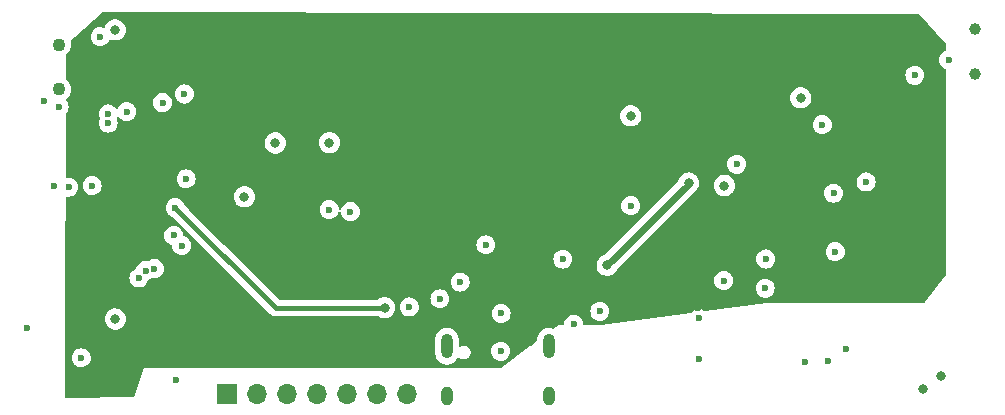
<source format=gbr>
%TF.GenerationSoftware,KiCad,Pcbnew,8.0.9-8.0.9-0~ubuntu22.04.1*%
%TF.CreationDate,2025-08-10T04:03:49+02:00*%
%TF.ProjectId,H-C3-ulp29,482d4333-2d75-46c7-9032-392e6b696361,rev?*%
%TF.SameCoordinates,Original*%
%TF.FileFunction,Copper,L3,Inr*%
%TF.FilePolarity,Positive*%
%FSLAX46Y46*%
G04 Gerber Fmt 4.6, Leading zero omitted, Abs format (unit mm)*
G04 Created by KiCad (PCBNEW 8.0.9-8.0.9-0~ubuntu22.04.1) date 2025-08-10 04:03:49*
%MOMM*%
%LPD*%
G01*
G04 APERTURE LIST*
%TA.AperFunction,ComponentPad*%
%ADD10R,1.700000X1.700000*%
%TD*%
%TA.AperFunction,ComponentPad*%
%ADD11O,1.700000X1.700000*%
%TD*%
%TA.AperFunction,ComponentPad*%
%ADD12C,1.100000*%
%TD*%
%TA.AperFunction,ComponentPad*%
%ADD13C,1.000000*%
%TD*%
%TA.AperFunction,ComponentPad*%
%ADD14O,1.000000X2.100000*%
%TD*%
%TA.AperFunction,ComponentPad*%
%ADD15O,1.000000X1.600000*%
%TD*%
%TA.AperFunction,ViaPad*%
%ADD16C,0.600000*%
%TD*%
%TA.AperFunction,ViaPad*%
%ADD17C,0.800000*%
%TD*%
%TA.AperFunction,Conductor*%
%ADD18C,0.600000*%
%TD*%
%TA.AperFunction,Conductor*%
%ADD19C,0.400000*%
%TD*%
G04 APERTURE END LIST*
D10*
%TO.N,/P1.00*%
%TO.C,J3*%
X104750000Y-78300000D03*
D11*
%TO.N,/P0.22*%
X107290000Y-78300000D03*
%TO.N,/P0.20*%
X109830000Y-78300000D03*
%TO.N,/P0.26*%
X112370000Y-78300000D03*
%TO.N,/P0.13*%
X114910000Y-78300000D03*
%TO.N,+3V3*%
X117450000Y-78300000D03*
%TO.N,GND*%
X119990000Y-78300000D03*
%TD*%
D12*
%TO.N,*%
%TO.C,SW1*%
X90478000Y-52515000D03*
X90478000Y-48715000D03*
%TD*%
D13*
%TO.N,unconnected-(SW3-Pad4)_1*%
%TO.C,SW3*%
X168115000Y-47397000D03*
%TO.N,unconnected-(SW3-Pad5)_1*%
X168115000Y-51197000D03*
%TD*%
D14*
%TO.N,GND*%
%TO.C,J1*%
X123365000Y-74264000D03*
D15*
X123365000Y-78444000D03*
D14*
X132005000Y-74264000D03*
D15*
X132005000Y-78444000D03*
%TD*%
D16*
%TO.N,/P0.13*%
X96250000Y-54400000D03*
%TO.N,/P0.20*%
X98600000Y-67700000D03*
%TO.N,/P0.22*%
X97850000Y-67850000D03*
%TO.N,/P1.00*%
X97278226Y-68478951D03*
D17*
%TO.N,+3V3*%
X117450000Y-74600000D03*
%TO.N,GND*%
X113411000Y-57025000D03*
X165154000Y-76799000D03*
D16*
X147900000Y-58850000D03*
X124487000Y-68824000D03*
X144735000Y-75348000D03*
D17*
X106218000Y-61610000D03*
X163684000Y-77888000D03*
D16*
X155600000Y-75500000D03*
D17*
X108827000Y-57055000D03*
D16*
X122762000Y-70250000D03*
D17*
X153322000Y-53231000D03*
D16*
X156250000Y-66250000D03*
X156100000Y-61300000D03*
X162975000Y-51325000D03*
X120181000Y-70934000D03*
X150300000Y-69350000D03*
X150350000Y-66875000D03*
X157125000Y-74500000D03*
X92400000Y-75250000D03*
X101282000Y-60094000D03*
X155150000Y-55502000D03*
X133182000Y-66893000D03*
X87850000Y-72700000D03*
X144690000Y-71910000D03*
X165832000Y-50000000D03*
D17*
X95273000Y-47470000D03*
D16*
X153680000Y-75600000D03*
X100436000Y-77102000D03*
D17*
X95283000Y-71958000D03*
%TO.N,+VBAT*%
X136931959Y-67403041D03*
X143831000Y-60448000D03*
D16*
%TO.N,Net-(D2-A)*%
X146800000Y-68700000D03*
D17*
X146845000Y-60655000D03*
D16*
%TO.N,/USB_D+*%
X127919685Y-74683314D03*
X101135000Y-52904000D03*
%TO.N,/USB_D-*%
X99282000Y-53631000D03*
X127949000Y-71485000D03*
%TO.N,+3V3*%
X105706000Y-63247000D03*
X162260000Y-46756000D03*
D17*
X153351000Y-54472000D03*
D16*
X153375000Y-65375000D03*
D17*
X121563000Y-70323000D03*
D16*
X144615000Y-71065000D03*
D17*
X122966000Y-66342000D03*
X151401400Y-56398600D03*
D16*
X97030025Y-76369975D03*
X92400000Y-76250000D03*
X96589000Y-72473000D03*
X152600000Y-65375000D03*
%TO.N,/EPD_CS*%
X100226000Y-64882769D03*
X113400000Y-62689000D03*
%TO.N,unconnected-(J2-Pad19)*%
X158850000Y-60350000D03*
%TO.N,SW2*%
X93325000Y-60655000D03*
X94016000Y-48048000D03*
%TO.N,/MCU_RST*%
X136313000Y-71309000D03*
X138923000Y-62363000D03*
D17*
X138930000Y-54755000D03*
D16*
%TO.N,SW1*%
X90528000Y-53977000D03*
X91353025Y-60792975D03*
%TO.N,/EPD_DC*%
X115195000Y-62855000D03*
X100901000Y-65733000D03*
%TO.N,SWDIO*%
X94675000Y-55375000D03*
X134088000Y-72416000D03*
%TO.N,SWCLK*%
X94675000Y-54595711D03*
X126662000Y-65680000D03*
D17*
%TO.N,+VBUS*%
X118080000Y-70998000D03*
D16*
X100365000Y-62532000D03*
%TO.N,SW0*%
X90060000Y-60673000D03*
X89278000Y-53510000D03*
%TD*%
D18*
%TO.N,+VBAT*%
X143831000Y-60504000D02*
X136931959Y-67403041D01*
X143831000Y-60448000D02*
X143831000Y-60504000D01*
D19*
%TO.N,+VBUS*%
X118061000Y-71017000D02*
X118080000Y-70998000D01*
X108850000Y-71017000D02*
X100365000Y-62532000D01*
X108850000Y-71017000D02*
X118061000Y-71017000D01*
%TD*%
%TA.AperFunction,Conductor*%
%TO.N,+3V3*%
G36*
X163201412Y-46112868D02*
G01*
X163268401Y-46132717D01*
X163291625Y-46152120D01*
X165552156Y-48566649D01*
X165599392Y-48617102D01*
X165630840Y-48679494D01*
X165632872Y-48702172D01*
X165631748Y-49134319D01*
X165611889Y-49201307D01*
X165558966Y-49246924D01*
X165548704Y-49251037D01*
X165482476Y-49274211D01*
X165482475Y-49274212D01*
X165329737Y-49370184D01*
X165202184Y-49497737D01*
X165106211Y-49650476D01*
X165046631Y-49820745D01*
X165046630Y-49820750D01*
X165026435Y-49999996D01*
X165026435Y-50000003D01*
X165046630Y-50179249D01*
X165046631Y-50179254D01*
X165106211Y-50349523D01*
X165202184Y-50502262D01*
X165329738Y-50629816D01*
X165482478Y-50725789D01*
X165482480Y-50725790D01*
X165544204Y-50747389D01*
X165600980Y-50788110D01*
X165626727Y-50853063D01*
X165627249Y-50864752D01*
X165582107Y-68229477D01*
X165562248Y-68296465D01*
X165556908Y-68304084D01*
X163855344Y-70547757D01*
X163799150Y-70589278D01*
X163756200Y-70596828D01*
X150760910Y-70560836D01*
X150459000Y-70560000D01*
X150458999Y-70560000D01*
X150458993Y-70560000D01*
X145234735Y-71272754D01*
X145165650Y-71262312D01*
X145152001Y-71254886D01*
X145039522Y-71184211D01*
X145039518Y-71184209D01*
X144869262Y-71124633D01*
X144869249Y-71124630D01*
X144690004Y-71104435D01*
X144689996Y-71104435D01*
X144510750Y-71124630D01*
X144510745Y-71124631D01*
X144340476Y-71184211D01*
X144187739Y-71280183D01*
X144060464Y-71407457D01*
X143999140Y-71440941D01*
X143989545Y-71442637D01*
X136437970Y-72472912D01*
X136421956Y-72474048D01*
X135012624Y-72482547D01*
X134945467Y-72463267D01*
X134899394Y-72410740D01*
X134888656Y-72372432D01*
X134873369Y-72236750D01*
X134873368Y-72236745D01*
X134864285Y-72210788D01*
X134813789Y-72066478D01*
X134793877Y-72034789D01*
X134764014Y-71987262D01*
X134717816Y-71913738D01*
X134590262Y-71786184D01*
X134518642Y-71741182D01*
X134437523Y-71690211D01*
X134267254Y-71630631D01*
X134267249Y-71630630D01*
X134088004Y-71610435D01*
X134087996Y-71610435D01*
X133908750Y-71630630D01*
X133908745Y-71630631D01*
X133738476Y-71690211D01*
X133585737Y-71786184D01*
X133458184Y-71913737D01*
X133362211Y-72066476D01*
X133302631Y-72236745D01*
X133302630Y-72236750D01*
X133286087Y-72383583D01*
X133259021Y-72447997D01*
X133201426Y-72487553D01*
X133163615Y-72493698D01*
X132785838Y-72495976D01*
X132782000Y-72496000D01*
X132599445Y-72630888D01*
X132442133Y-72747124D01*
X132376517Y-72771131D01*
X132320995Y-72761956D01*
X132296835Y-72751949D01*
X132296828Y-72751947D01*
X132103543Y-72713500D01*
X132103541Y-72713500D01*
X131906459Y-72713500D01*
X131906457Y-72713500D01*
X131713170Y-72751947D01*
X131713160Y-72751950D01*
X131531092Y-72827364D01*
X131531079Y-72827371D01*
X131367218Y-72936860D01*
X131367214Y-72936863D01*
X131227863Y-73076214D01*
X131227860Y-73076218D01*
X131118371Y-73240079D01*
X131118364Y-73240092D01*
X131042950Y-73422160D01*
X131042947Y-73422170D01*
X131004500Y-73615456D01*
X131004500Y-73746822D01*
X130984815Y-73813861D01*
X130954189Y-73846551D01*
X130442143Y-74224896D01*
X130400550Y-74244941D01*
X130352865Y-74257718D01*
X130221635Y-74333485D01*
X130221632Y-74333487D01*
X130114487Y-74440632D01*
X130114482Y-74440638D01*
X130100853Y-74464244D01*
X130067157Y-74501969D01*
X127931785Y-76079774D01*
X127866169Y-76103782D01*
X127858236Y-76104045D01*
X97691000Y-76138000D01*
X96887125Y-78515807D01*
X96847006Y-78573011D01*
X96782330Y-78599445D01*
X96771188Y-78600085D01*
X91157855Y-78669444D01*
X91090577Y-78650589D01*
X91044174Y-78598354D01*
X91032323Y-78545137D01*
X91040801Y-75249996D01*
X91594435Y-75249996D01*
X91594435Y-75250003D01*
X91614630Y-75429249D01*
X91614631Y-75429254D01*
X91674211Y-75599523D01*
X91770184Y-75752262D01*
X91897738Y-75879816D01*
X92050478Y-75975789D01*
X92162105Y-76014849D01*
X92220745Y-76035368D01*
X92220750Y-76035369D01*
X92399996Y-76055565D01*
X92400000Y-76055565D01*
X92400004Y-76055565D01*
X92579249Y-76035369D01*
X92579252Y-76035368D01*
X92579255Y-76035368D01*
X92749522Y-75975789D01*
X92902262Y-75879816D01*
X93029816Y-75752262D01*
X93125789Y-75599522D01*
X93185368Y-75429255D01*
X93198452Y-75313129D01*
X93205565Y-75250003D01*
X93205565Y-75249996D01*
X93185369Y-75070750D01*
X93185368Y-75070745D01*
X93150180Y-74970184D01*
X93130011Y-74912543D01*
X122364499Y-74912543D01*
X122402947Y-75105829D01*
X122402950Y-75105839D01*
X122478364Y-75287907D01*
X122478371Y-75287920D01*
X122587860Y-75451781D01*
X122587863Y-75451785D01*
X122727214Y-75591136D01*
X122727218Y-75591139D01*
X122891079Y-75700628D01*
X122891092Y-75700635D01*
X123073160Y-75776049D01*
X123073165Y-75776051D01*
X123073169Y-75776051D01*
X123073170Y-75776052D01*
X123266456Y-75814500D01*
X123266459Y-75814500D01*
X123463543Y-75814500D01*
X123593582Y-75788632D01*
X123656835Y-75776051D01*
X123838914Y-75700632D01*
X124002782Y-75591139D01*
X124142139Y-75451782D01*
X124251632Y-75287914D01*
X124251631Y-75287914D01*
X124255017Y-75282848D01*
X124256474Y-75283821D01*
X124299595Y-75239903D01*
X124367729Y-75224426D01*
X124433414Y-75248242D01*
X124435502Y-75249809D01*
X124441632Y-75254512D01*
X124441635Y-75254515D01*
X124572865Y-75330281D01*
X124719234Y-75369500D01*
X124719236Y-75369500D01*
X124870764Y-75369500D01*
X124870766Y-75369500D01*
X125017135Y-75330281D01*
X125148365Y-75254515D01*
X125255515Y-75147365D01*
X125331281Y-75016135D01*
X125370500Y-74869766D01*
X125370500Y-74718234D01*
X125361142Y-74683310D01*
X127114120Y-74683310D01*
X127114120Y-74683317D01*
X127134315Y-74862563D01*
X127134316Y-74862568D01*
X127193896Y-75032837D01*
X127265859Y-75147364D01*
X127289869Y-75185576D01*
X127417423Y-75313130D01*
X127570163Y-75409103D01*
X127692130Y-75451781D01*
X127740430Y-75468682D01*
X127740435Y-75468683D01*
X127919681Y-75488879D01*
X127919685Y-75488879D01*
X127919689Y-75488879D01*
X128098934Y-75468683D01*
X128098937Y-75468682D01*
X128098940Y-75468682D01*
X128269207Y-75409103D01*
X128421947Y-75313130D01*
X128549501Y-75185576D01*
X128645474Y-75032836D01*
X128705053Y-74862569D01*
X128706523Y-74849522D01*
X128725250Y-74683317D01*
X128725250Y-74683310D01*
X128705054Y-74504064D01*
X128705053Y-74504059D01*
X128691257Y-74464632D01*
X128645474Y-74333792D01*
X128645282Y-74333487D01*
X128549500Y-74181051D01*
X128421947Y-74053498D01*
X128269208Y-73957525D01*
X128098939Y-73897945D01*
X128098934Y-73897944D01*
X127919689Y-73877749D01*
X127919681Y-73877749D01*
X127740435Y-73897944D01*
X127740430Y-73897945D01*
X127570161Y-73957525D01*
X127417422Y-74053498D01*
X127289869Y-74181051D01*
X127193896Y-74333790D01*
X127134316Y-74504059D01*
X127134315Y-74504064D01*
X127114120Y-74683310D01*
X125361142Y-74683310D01*
X125331281Y-74571865D01*
X125255515Y-74440635D01*
X125148365Y-74333485D01*
X125027448Y-74263673D01*
X125017136Y-74257719D01*
X124894636Y-74224896D01*
X124870766Y-74218500D01*
X124719234Y-74218500D01*
X124572862Y-74257719D01*
X124551499Y-74270054D01*
X124483598Y-74286525D01*
X124417572Y-74263673D01*
X124374382Y-74208751D01*
X124365500Y-74162666D01*
X124365500Y-73615456D01*
X124327052Y-73422170D01*
X124327051Y-73422169D01*
X124327051Y-73422165D01*
X124327049Y-73422160D01*
X124251635Y-73240092D01*
X124251628Y-73240079D01*
X124142139Y-73076218D01*
X124142136Y-73076214D01*
X124002785Y-72936863D01*
X124002781Y-72936860D01*
X123838920Y-72827371D01*
X123838907Y-72827364D01*
X123656839Y-72751950D01*
X123656829Y-72751947D01*
X123463543Y-72713500D01*
X123463541Y-72713500D01*
X123266459Y-72713500D01*
X123266457Y-72713500D01*
X123073170Y-72751947D01*
X123073160Y-72751950D01*
X122891092Y-72827364D01*
X122891079Y-72827371D01*
X122727218Y-72936860D01*
X122727214Y-72936863D01*
X122587863Y-73076214D01*
X122587860Y-73076218D01*
X122478371Y-73240079D01*
X122478364Y-73240092D01*
X122402950Y-73422160D01*
X122402947Y-73422170D01*
X122364500Y-73615456D01*
X122364500Y-73615459D01*
X122364500Y-74912541D01*
X122364500Y-74912543D01*
X122364499Y-74912543D01*
X93130011Y-74912543D01*
X93125789Y-74900478D01*
X93101965Y-74862563D01*
X93029815Y-74747737D01*
X92902262Y-74620184D01*
X92749523Y-74524211D01*
X92579254Y-74464631D01*
X92579249Y-74464630D01*
X92400004Y-74444435D01*
X92399996Y-74444435D01*
X92220750Y-74464630D01*
X92220745Y-74464631D01*
X92050476Y-74524211D01*
X91897737Y-74620184D01*
X91770184Y-74747737D01*
X91674211Y-74900476D01*
X91614631Y-75070745D01*
X91614630Y-75070750D01*
X91594435Y-75249996D01*
X91040801Y-75249996D01*
X91049271Y-71958000D01*
X94377540Y-71958000D01*
X94397326Y-72146256D01*
X94397327Y-72146259D01*
X94455818Y-72326277D01*
X94455821Y-72326284D01*
X94550467Y-72490216D01*
X94645045Y-72595255D01*
X94677129Y-72630888D01*
X94830265Y-72742148D01*
X94830270Y-72742151D01*
X95003192Y-72819142D01*
X95003197Y-72819144D01*
X95188354Y-72858500D01*
X95188355Y-72858500D01*
X95377644Y-72858500D01*
X95377646Y-72858500D01*
X95562803Y-72819144D01*
X95735730Y-72742151D01*
X95888871Y-72630888D01*
X96015533Y-72490216D01*
X96110179Y-72326284D01*
X96168674Y-72146256D01*
X96188460Y-71958000D01*
X96168674Y-71769744D01*
X96110179Y-71589716D01*
X96015533Y-71425784D01*
X95888871Y-71285112D01*
X95886683Y-71283522D01*
X95735734Y-71173851D01*
X95735729Y-71173848D01*
X95562807Y-71096857D01*
X95562802Y-71096855D01*
X95417001Y-71065865D01*
X95377646Y-71057500D01*
X95188354Y-71057500D01*
X95155897Y-71064398D01*
X95003197Y-71096855D01*
X95003192Y-71096857D01*
X94830270Y-71173848D01*
X94830265Y-71173851D01*
X94677129Y-71285111D01*
X94550466Y-71425785D01*
X94455821Y-71589715D01*
X94455818Y-71589722D01*
X94406606Y-71741182D01*
X94397326Y-71769744D01*
X94377540Y-71958000D01*
X91049271Y-71958000D01*
X91058223Y-68478947D01*
X96472661Y-68478947D01*
X96472661Y-68478954D01*
X96492856Y-68658200D01*
X96492857Y-68658205D01*
X96552437Y-68828474D01*
X96584345Y-68879255D01*
X96648410Y-68981213D01*
X96775964Y-69108767D01*
X96928704Y-69204740D01*
X97098971Y-69264319D01*
X97098976Y-69264320D01*
X97278222Y-69284516D01*
X97278226Y-69284516D01*
X97278230Y-69284516D01*
X97457475Y-69264320D01*
X97457478Y-69264319D01*
X97457481Y-69264319D01*
X97627748Y-69204740D01*
X97780488Y-69108767D01*
X97908042Y-68981213D01*
X98004015Y-68828473D01*
X98057769Y-68674850D01*
X98098489Y-68618077D01*
X98133855Y-68598766D01*
X98199522Y-68575789D01*
X98320538Y-68499749D01*
X98387773Y-68480749D01*
X98414102Y-68483852D01*
X98420748Y-68485369D01*
X98599996Y-68505565D01*
X98600000Y-68505565D01*
X98600004Y-68505565D01*
X98779249Y-68485369D01*
X98779252Y-68485368D01*
X98779255Y-68485368D01*
X98949522Y-68425789D01*
X99102262Y-68329816D01*
X99229816Y-68202262D01*
X99325789Y-68049522D01*
X99385368Y-67879255D01*
X99388762Y-67849135D01*
X99405565Y-67700003D01*
X99405565Y-67699996D01*
X99385369Y-67520750D01*
X99385368Y-67520745D01*
X99378276Y-67500478D01*
X99325789Y-67350478D01*
X99324067Y-67347738D01*
X99257956Y-67242523D01*
X99229816Y-67197738D01*
X99102262Y-67070184D01*
X99093426Y-67064632D01*
X98949523Y-66974211D01*
X98779254Y-66914631D01*
X98779249Y-66914630D01*
X98600004Y-66894435D01*
X98599996Y-66894435D01*
X98420750Y-66914630D01*
X98420745Y-66914631D01*
X98250476Y-66974211D01*
X98129462Y-67050250D01*
X98062225Y-67069250D01*
X98035904Y-67066149D01*
X98029250Y-67064630D01*
X97850004Y-67044435D01*
X97849996Y-67044435D01*
X97670750Y-67064630D01*
X97670745Y-67064631D01*
X97500476Y-67124211D01*
X97347737Y-67220184D01*
X97220184Y-67347737D01*
X97124209Y-67500480D01*
X97070456Y-67654097D01*
X97029735Y-67710873D01*
X96994372Y-67730183D01*
X96928700Y-67753163D01*
X96775963Y-67849135D01*
X96648410Y-67976688D01*
X96552437Y-68129427D01*
X96492857Y-68299696D01*
X96492856Y-68299701D01*
X96472661Y-68478947D01*
X91058223Y-68478947D01*
X91067476Y-64882765D01*
X99420435Y-64882765D01*
X99420435Y-64882772D01*
X99440630Y-65062018D01*
X99440631Y-65062023D01*
X99500211Y-65232292D01*
X99561905Y-65330476D01*
X99596184Y-65385031D01*
X99723738Y-65512585D01*
X99876478Y-65608558D01*
X99995301Y-65650136D01*
X100016283Y-65657478D01*
X100073059Y-65698200D01*
X100098548Y-65760636D01*
X100115630Y-65912250D01*
X100115631Y-65912254D01*
X100175211Y-66082523D01*
X100237882Y-66182262D01*
X100271184Y-66235262D01*
X100398738Y-66362816D01*
X100551478Y-66458789D01*
X100721745Y-66518368D01*
X100721750Y-66518369D01*
X100900996Y-66538565D01*
X100901000Y-66538565D01*
X100901004Y-66538565D01*
X101080249Y-66518369D01*
X101080252Y-66518368D01*
X101080255Y-66518368D01*
X101250522Y-66458789D01*
X101403262Y-66362816D01*
X101530816Y-66235262D01*
X101626789Y-66082522D01*
X101686368Y-65912255D01*
X101692340Y-65859254D01*
X101706565Y-65733003D01*
X101706565Y-65732996D01*
X101686369Y-65553750D01*
X101686368Y-65553745D01*
X101626788Y-65383476D01*
X101531792Y-65232292D01*
X101530816Y-65230738D01*
X101403262Y-65103184D01*
X101250521Y-65007210D01*
X101110717Y-64958291D01*
X101053940Y-64917569D01*
X101028451Y-64855132D01*
X101011369Y-64703519D01*
X101011368Y-64703514D01*
X100951788Y-64533245D01*
X100855815Y-64380506D01*
X100728262Y-64252953D01*
X100575523Y-64156980D01*
X100405254Y-64097400D01*
X100405249Y-64097399D01*
X100226004Y-64077204D01*
X100225996Y-64077204D01*
X100046750Y-64097399D01*
X100046745Y-64097400D01*
X99876476Y-64156980D01*
X99723737Y-64252953D01*
X99596184Y-64380506D01*
X99500211Y-64533245D01*
X99440631Y-64703514D01*
X99440630Y-64703519D01*
X99420435Y-64882765D01*
X91067476Y-64882765D01*
X91073525Y-62531996D01*
X99559435Y-62531996D01*
X99559435Y-62532003D01*
X99579630Y-62711249D01*
X99579631Y-62711254D01*
X99639211Y-62881523D01*
X99709141Y-62992815D01*
X99735184Y-63034262D01*
X99862738Y-63161816D01*
X100015478Y-63257789D01*
X100118984Y-63294007D01*
X100165710Y-63323367D01*
X108403453Y-71561111D01*
X108403454Y-71561112D01*
X108518192Y-71637777D01*
X108644781Y-71690211D01*
X108645672Y-71690580D01*
X108645676Y-71690580D01*
X108645677Y-71690581D01*
X108781003Y-71717500D01*
X108781006Y-71717500D01*
X108781007Y-71717500D01*
X117497995Y-71717500D01*
X117565034Y-71737185D01*
X117570880Y-71741182D01*
X117627265Y-71782148D01*
X117627270Y-71782151D01*
X117800192Y-71859142D01*
X117800197Y-71859144D01*
X117985354Y-71898500D01*
X117985355Y-71898500D01*
X118174644Y-71898500D01*
X118174646Y-71898500D01*
X118359803Y-71859144D01*
X118532730Y-71782151D01*
X118685871Y-71670888D01*
X118812533Y-71530216D01*
X118907179Y-71366284D01*
X118965674Y-71186256D01*
X118985460Y-70998000D01*
X118978733Y-70933996D01*
X119375435Y-70933996D01*
X119375435Y-70934003D01*
X119395630Y-71113249D01*
X119395631Y-71113254D01*
X119455211Y-71283523D01*
X119533261Y-71407738D01*
X119551184Y-71436262D01*
X119678738Y-71563816D01*
X119719956Y-71589715D01*
X119829461Y-71658522D01*
X119831478Y-71659789D01*
X119996407Y-71717500D01*
X120001745Y-71719368D01*
X120001750Y-71719369D01*
X120180996Y-71739565D01*
X120181000Y-71739565D01*
X120181004Y-71739565D01*
X120360249Y-71719369D01*
X120360252Y-71719368D01*
X120360255Y-71719368D01*
X120530522Y-71659789D01*
X120683262Y-71563816D01*
X120762082Y-71484996D01*
X127143435Y-71484996D01*
X127143435Y-71485003D01*
X127163630Y-71664249D01*
X127163631Y-71664254D01*
X127223211Y-71834523D01*
X127288743Y-71938815D01*
X127319184Y-71987262D01*
X127446738Y-72114816D01*
X127599478Y-72210789D01*
X127738749Y-72259522D01*
X127769745Y-72270368D01*
X127769750Y-72270369D01*
X127948996Y-72290565D01*
X127949000Y-72290565D01*
X127949004Y-72290565D01*
X128128249Y-72270369D01*
X128128252Y-72270368D01*
X128128255Y-72270368D01*
X128298522Y-72210789D01*
X128451262Y-72114816D01*
X128578816Y-71987262D01*
X128674789Y-71834522D01*
X128734368Y-71664255D01*
X128734369Y-71664249D01*
X128754565Y-71485003D01*
X128754565Y-71484996D01*
X128734735Y-71308996D01*
X135507435Y-71308996D01*
X135507435Y-71309003D01*
X135527630Y-71488249D01*
X135527631Y-71488254D01*
X135587211Y-71658523D01*
X135657094Y-71769740D01*
X135683184Y-71811262D01*
X135810738Y-71938816D01*
X135963478Y-72034789D01*
X136054040Y-72066478D01*
X136133745Y-72094368D01*
X136133750Y-72094369D01*
X136312996Y-72114565D01*
X136313000Y-72114565D01*
X136313004Y-72114565D01*
X136492249Y-72094369D01*
X136492252Y-72094368D01*
X136492255Y-72094368D01*
X136662522Y-72034789D01*
X136815262Y-71938816D01*
X136942816Y-71811262D01*
X137038789Y-71658522D01*
X137098368Y-71488255D01*
X137098369Y-71488249D01*
X137118565Y-71309003D01*
X137118565Y-71308996D01*
X137098369Y-71129750D01*
X137098368Y-71129745D01*
X137046928Y-70982738D01*
X137038789Y-70959478D01*
X136942816Y-70806738D01*
X136815262Y-70679184D01*
X136736544Y-70629722D01*
X136662523Y-70583211D01*
X136492254Y-70523631D01*
X136492249Y-70523630D01*
X136313004Y-70503435D01*
X136312996Y-70503435D01*
X136133750Y-70523630D01*
X136133745Y-70523631D01*
X135963476Y-70583211D01*
X135810737Y-70679184D01*
X135683184Y-70806737D01*
X135587211Y-70959476D01*
X135527631Y-71129745D01*
X135527630Y-71129750D01*
X135507435Y-71308996D01*
X128734735Y-71308996D01*
X128734369Y-71305750D01*
X128734368Y-71305745D01*
X128688216Y-71173851D01*
X128674789Y-71135478D01*
X128667973Y-71124631D01*
X128611886Y-71035369D01*
X128578816Y-70982738D01*
X128451262Y-70855184D01*
X128378945Y-70809744D01*
X128298523Y-70759211D01*
X128128254Y-70699631D01*
X128128249Y-70699630D01*
X127949004Y-70679435D01*
X127948996Y-70679435D01*
X127769750Y-70699630D01*
X127769745Y-70699631D01*
X127599476Y-70759211D01*
X127446737Y-70855184D01*
X127319184Y-70982737D01*
X127223211Y-71135476D01*
X127163631Y-71305745D01*
X127163630Y-71305750D01*
X127143435Y-71484996D01*
X120762082Y-71484996D01*
X120810816Y-71436262D01*
X120906789Y-71283522D01*
X120966368Y-71113255D01*
X120981857Y-70975788D01*
X120986565Y-70934003D01*
X120986565Y-70933996D01*
X120966369Y-70754750D01*
X120966368Y-70754745D01*
X120939928Y-70679184D01*
X120906789Y-70584478D01*
X120891408Y-70560000D01*
X120832209Y-70465785D01*
X120810816Y-70431738D01*
X120683262Y-70304184D01*
X120665173Y-70292818D01*
X120597023Y-70249996D01*
X121956435Y-70249996D01*
X121956435Y-70250003D01*
X121976630Y-70429249D01*
X121976631Y-70429254D01*
X122036211Y-70599523D01*
X122099113Y-70699630D01*
X122132184Y-70752262D01*
X122259738Y-70879816D01*
X122412478Y-70975789D01*
X122582745Y-71035368D01*
X122582750Y-71035369D01*
X122761996Y-71055565D01*
X122762000Y-71055565D01*
X122762004Y-71055565D01*
X122941249Y-71035369D01*
X122941252Y-71035368D01*
X122941255Y-71035368D01*
X123111522Y-70975789D01*
X123264262Y-70879816D01*
X123391816Y-70752262D01*
X123487789Y-70599522D01*
X123547368Y-70429255D01*
X123559102Y-70325111D01*
X123567565Y-70250003D01*
X123567565Y-70249996D01*
X123547369Y-70070750D01*
X123547368Y-70070745D01*
X123487789Y-69900478D01*
X123391816Y-69747738D01*
X123264262Y-69620184D01*
X123247050Y-69609369D01*
X123111523Y-69524211D01*
X122941254Y-69464631D01*
X122941249Y-69464630D01*
X122762004Y-69444435D01*
X122761996Y-69444435D01*
X122582750Y-69464630D01*
X122582745Y-69464631D01*
X122412476Y-69524211D01*
X122259737Y-69620184D01*
X122132184Y-69747737D01*
X122036211Y-69900476D01*
X121976631Y-70070745D01*
X121976630Y-70070750D01*
X121956435Y-70249996D01*
X120597023Y-70249996D01*
X120530523Y-70208211D01*
X120360254Y-70148631D01*
X120360249Y-70148630D01*
X120181004Y-70128435D01*
X120180996Y-70128435D01*
X120001750Y-70148630D01*
X120001745Y-70148631D01*
X119831476Y-70208211D01*
X119678737Y-70304184D01*
X119551184Y-70431737D01*
X119455211Y-70584476D01*
X119395631Y-70754745D01*
X119395630Y-70754750D01*
X119375435Y-70933996D01*
X118978733Y-70933996D01*
X118965674Y-70809744D01*
X118907179Y-70629716D01*
X118812533Y-70465784D01*
X118685871Y-70325112D01*
X118673740Y-70316298D01*
X118532734Y-70213851D01*
X118532729Y-70213848D01*
X118359807Y-70136857D01*
X118359802Y-70136855D01*
X118214001Y-70105865D01*
X118174646Y-70097500D01*
X117985354Y-70097500D01*
X117952897Y-70104398D01*
X117800197Y-70136855D01*
X117800192Y-70136857D01*
X117627270Y-70213848D01*
X117627265Y-70213851D01*
X117518578Y-70292818D01*
X117452772Y-70316298D01*
X117445693Y-70316500D01*
X109191519Y-70316500D01*
X109124480Y-70296815D01*
X109103838Y-70280181D01*
X107647653Y-68823996D01*
X123681435Y-68823996D01*
X123681435Y-68824003D01*
X123701630Y-69003249D01*
X123701631Y-69003254D01*
X123761211Y-69173523D01*
X123818263Y-69264320D01*
X123857184Y-69326262D01*
X123984738Y-69453816D01*
X124137478Y-69549789D01*
X124307745Y-69609368D01*
X124307750Y-69609369D01*
X124486996Y-69629565D01*
X124487000Y-69629565D01*
X124487004Y-69629565D01*
X124666249Y-69609369D01*
X124666252Y-69609368D01*
X124666255Y-69609368D01*
X124836522Y-69549789D01*
X124989262Y-69453816D01*
X125116816Y-69326262D01*
X125212789Y-69173522D01*
X125272368Y-69003255D01*
X125274852Y-68981213D01*
X125292565Y-68824003D01*
X125292565Y-68823996D01*
X125278594Y-68699996D01*
X145994435Y-68699996D01*
X145994435Y-68700003D01*
X146014630Y-68879249D01*
X146014631Y-68879254D01*
X146074211Y-69049523D01*
X146150384Y-69170750D01*
X146170184Y-69202262D01*
X146297738Y-69329816D01*
X146450478Y-69425789D01*
X146530572Y-69453815D01*
X146620745Y-69485368D01*
X146620750Y-69485369D01*
X146799996Y-69505565D01*
X146800000Y-69505565D01*
X146800004Y-69505565D01*
X146979249Y-69485369D01*
X146979252Y-69485368D01*
X146979255Y-69485368D01*
X147149522Y-69425789D01*
X147270146Y-69349996D01*
X149494435Y-69349996D01*
X149494435Y-69350003D01*
X149514630Y-69529249D01*
X149514631Y-69529254D01*
X149574211Y-69699523D01*
X149604507Y-69747738D01*
X149670184Y-69852262D01*
X149797738Y-69979816D01*
X149888080Y-70036582D01*
X149942450Y-70070745D01*
X149950478Y-70075789D01*
X150100932Y-70128435D01*
X150120745Y-70135368D01*
X150120750Y-70135369D01*
X150299996Y-70155565D01*
X150300000Y-70155565D01*
X150300004Y-70155565D01*
X150479249Y-70135369D01*
X150479252Y-70135368D01*
X150479255Y-70135368D01*
X150649522Y-70075789D01*
X150802262Y-69979816D01*
X150929816Y-69852262D01*
X151025789Y-69699522D01*
X151085368Y-69529255D01*
X151085369Y-69529249D01*
X151105565Y-69350003D01*
X151105565Y-69349996D01*
X151085369Y-69170750D01*
X151085368Y-69170745D01*
X151063681Y-69108766D01*
X151025789Y-69000478D01*
X150929816Y-68847738D01*
X150802262Y-68720184D01*
X150770144Y-68700003D01*
X150649523Y-68624211D01*
X150479254Y-68564631D01*
X150479249Y-68564630D01*
X150300004Y-68544435D01*
X150299996Y-68544435D01*
X150120750Y-68564630D01*
X150120745Y-68564631D01*
X149950476Y-68624211D01*
X149797737Y-68720184D01*
X149670184Y-68847737D01*
X149574211Y-69000476D01*
X149514631Y-69170745D01*
X149514630Y-69170750D01*
X149494435Y-69349996D01*
X147270146Y-69349996D01*
X147302262Y-69329816D01*
X147429816Y-69202262D01*
X147525789Y-69049522D01*
X147585368Y-68879255D01*
X147588919Y-68847738D01*
X147605565Y-68700003D01*
X147605565Y-68699996D01*
X147585369Y-68520750D01*
X147585368Y-68520745D01*
X147580056Y-68505565D01*
X147525789Y-68350478D01*
X147507730Y-68321738D01*
X147449759Y-68229477D01*
X147429816Y-68197738D01*
X147302262Y-68070184D01*
X147269379Y-68049522D01*
X147149523Y-67974211D01*
X146979254Y-67914631D01*
X146979249Y-67914630D01*
X146800004Y-67894435D01*
X146799996Y-67894435D01*
X146620750Y-67914630D01*
X146620745Y-67914631D01*
X146450476Y-67974211D01*
X146297737Y-68070184D01*
X146170184Y-68197737D01*
X146074211Y-68350476D01*
X146014631Y-68520745D01*
X146014630Y-68520750D01*
X145994435Y-68699996D01*
X125278594Y-68699996D01*
X125272369Y-68644750D01*
X125272368Y-68644745D01*
X125265183Y-68624211D01*
X125212789Y-68474478D01*
X125116816Y-68321738D01*
X124989262Y-68194184D01*
X124978130Y-68187189D01*
X124836523Y-68098211D01*
X124666254Y-68038631D01*
X124666249Y-68038630D01*
X124487004Y-68018435D01*
X124486996Y-68018435D01*
X124307750Y-68038630D01*
X124307745Y-68038631D01*
X124137476Y-68098211D01*
X123984737Y-68194184D01*
X123857184Y-68321737D01*
X123761211Y-68474476D01*
X123701631Y-68644745D01*
X123701630Y-68644750D01*
X123681435Y-68823996D01*
X107647653Y-68823996D01*
X105716653Y-66892996D01*
X132376435Y-66892996D01*
X132376435Y-66893003D01*
X132396630Y-67072249D01*
X132396631Y-67072254D01*
X132456211Y-67242523D01*
X132524043Y-67350476D01*
X132552184Y-67395262D01*
X132679738Y-67522816D01*
X132770080Y-67579582D01*
X132803829Y-67600788D01*
X132832478Y-67618789D01*
X132939910Y-67656381D01*
X133002745Y-67678368D01*
X133002750Y-67678369D01*
X133181996Y-67698565D01*
X133182000Y-67698565D01*
X133182004Y-67698565D01*
X133361249Y-67678369D01*
X133361252Y-67678368D01*
X133361255Y-67678368D01*
X133531522Y-67618789D01*
X133684262Y-67522816D01*
X133804037Y-67403041D01*
X136026499Y-67403041D01*
X136046285Y-67591297D01*
X136046286Y-67591300D01*
X136104777Y-67771318D01*
X136104780Y-67771325D01*
X136199426Y-67935257D01*
X136236731Y-67976688D01*
X136326088Y-68075929D01*
X136479224Y-68187189D01*
X136479229Y-68187192D01*
X136652151Y-68264183D01*
X136652156Y-68264185D01*
X136837313Y-68303541D01*
X136837314Y-68303541D01*
X137026603Y-68303541D01*
X137026605Y-68303541D01*
X137211762Y-68264185D01*
X137384689Y-68187192D01*
X137537830Y-68075929D01*
X137664492Y-67935257D01*
X137696828Y-67879249D01*
X137759136Y-67771329D01*
X137759136Y-67771327D01*
X137759138Y-67771325D01*
X137780447Y-67705741D01*
X137810693Y-67656383D01*
X138592080Y-66874996D01*
X149544435Y-66874996D01*
X149544435Y-66875003D01*
X149564630Y-67054249D01*
X149564631Y-67054254D01*
X149624211Y-67224523D01*
X149701632Y-67347737D01*
X149720184Y-67377262D01*
X149847738Y-67504816D01*
X149876385Y-67522816D01*
X149985371Y-67591297D01*
X150000478Y-67600789D01*
X150152824Y-67654097D01*
X150170745Y-67660368D01*
X150170750Y-67660369D01*
X150349996Y-67680565D01*
X150350000Y-67680565D01*
X150350004Y-67680565D01*
X150529249Y-67660369D01*
X150529252Y-67660368D01*
X150529255Y-67660368D01*
X150699522Y-67600789D01*
X150852262Y-67504816D01*
X150979816Y-67377262D01*
X151075789Y-67224522D01*
X151135368Y-67054255D01*
X151135369Y-67054249D01*
X151155565Y-66875003D01*
X151155565Y-66874996D01*
X151135369Y-66695750D01*
X151135368Y-66695745D01*
X151108476Y-66618892D01*
X151075789Y-66525478D01*
X151071321Y-66518368D01*
X151000583Y-66405789D01*
X150979816Y-66372738D01*
X150857074Y-66249996D01*
X155444435Y-66249996D01*
X155444435Y-66250003D01*
X155464630Y-66429249D01*
X155464631Y-66429254D01*
X155524211Y-66599523D01*
X155584672Y-66695745D01*
X155620184Y-66752262D01*
X155747738Y-66879816D01*
X155838080Y-66936582D01*
X155897966Y-66974211D01*
X155900478Y-66975789D01*
X156068996Y-67034756D01*
X156070745Y-67035368D01*
X156070750Y-67035369D01*
X156249996Y-67055565D01*
X156250000Y-67055565D01*
X156250004Y-67055565D01*
X156429249Y-67035369D01*
X156429252Y-67035368D01*
X156429255Y-67035368D01*
X156599522Y-66975789D01*
X156752262Y-66879816D01*
X156879816Y-66752262D01*
X156975789Y-66599522D01*
X157035368Y-66429255D01*
X157042854Y-66362815D01*
X157055565Y-66250003D01*
X157055565Y-66249996D01*
X157035369Y-66070750D01*
X157035368Y-66070745D01*
X156979910Y-65912255D01*
X156975789Y-65900478D01*
X156879816Y-65747738D01*
X156752262Y-65620184D01*
X156733758Y-65608557D01*
X156599523Y-65524211D01*
X156429254Y-65464631D01*
X156429249Y-65464630D01*
X156250004Y-65444435D01*
X156249996Y-65444435D01*
X156070750Y-65464630D01*
X156070745Y-65464631D01*
X155900476Y-65524211D01*
X155747737Y-65620184D01*
X155620184Y-65747737D01*
X155524211Y-65900476D01*
X155464631Y-66070745D01*
X155464630Y-66070750D01*
X155444435Y-66249996D01*
X150857074Y-66249996D01*
X150852262Y-66245184D01*
X150836471Y-66235262D01*
X150699523Y-66149211D01*
X150529254Y-66089631D01*
X150529249Y-66089630D01*
X150350004Y-66069435D01*
X150349996Y-66069435D01*
X150170750Y-66089630D01*
X150170745Y-66089631D01*
X150000476Y-66149211D01*
X149847737Y-66245184D01*
X149720184Y-66372737D01*
X149624211Y-66525476D01*
X149564631Y-66695745D01*
X149564630Y-66695750D01*
X149544435Y-66874996D01*
X138592080Y-66874996D01*
X144179510Y-61287566D01*
X144216752Y-61261971D01*
X144283730Y-61232151D01*
X144436871Y-61120888D01*
X144563533Y-60980216D01*
X144658179Y-60816284D01*
X144710584Y-60655000D01*
X145939540Y-60655000D01*
X145959326Y-60843256D01*
X145959327Y-60843259D01*
X146017818Y-61023277D01*
X146017821Y-61023284D01*
X146112467Y-61187216D01*
X146214021Y-61300003D01*
X146239129Y-61327888D01*
X146392265Y-61439148D01*
X146392270Y-61439151D01*
X146565192Y-61516142D01*
X146565197Y-61516144D01*
X146750354Y-61555500D01*
X146750355Y-61555500D01*
X146939644Y-61555500D01*
X146939646Y-61555500D01*
X147124803Y-61516144D01*
X147297730Y-61439151D01*
X147450871Y-61327888D01*
X147475985Y-61299996D01*
X155294435Y-61299996D01*
X155294435Y-61300003D01*
X155314630Y-61479249D01*
X155314631Y-61479254D01*
X155374211Y-61649523D01*
X155435229Y-61746632D01*
X155470184Y-61802262D01*
X155597738Y-61929816D01*
X155750478Y-62025789D01*
X155875771Y-62069631D01*
X155920745Y-62085368D01*
X155920750Y-62085369D01*
X156099996Y-62105565D01*
X156100000Y-62105565D01*
X156100004Y-62105565D01*
X156279249Y-62085369D01*
X156279252Y-62085368D01*
X156279255Y-62085368D01*
X156449522Y-62025789D01*
X156602262Y-61929816D01*
X156729816Y-61802262D01*
X156825789Y-61649522D01*
X156885368Y-61479255D01*
X156887474Y-61460565D01*
X156905565Y-61300003D01*
X156905565Y-61299996D01*
X156885369Y-61120750D01*
X156885368Y-61120745D01*
X156825788Y-60950476D01*
X156752761Y-60834255D01*
X156729816Y-60797738D01*
X156602262Y-60670184D01*
X156578097Y-60655000D01*
X156449523Y-60574211D01*
X156279254Y-60514631D01*
X156279249Y-60514630D01*
X156100004Y-60494435D01*
X156099996Y-60494435D01*
X155920750Y-60514630D01*
X155920745Y-60514631D01*
X155750476Y-60574211D01*
X155597737Y-60670184D01*
X155470184Y-60797737D01*
X155374211Y-60950476D01*
X155314631Y-61120745D01*
X155314630Y-61120750D01*
X155294435Y-61299996D01*
X147475985Y-61299996D01*
X147577533Y-61187216D01*
X147672179Y-61023284D01*
X147730674Y-60843256D01*
X147750460Y-60655000D01*
X147730674Y-60466744D01*
X147692740Y-60349996D01*
X158044435Y-60349996D01*
X158044435Y-60350003D01*
X158064630Y-60529249D01*
X158064631Y-60529254D01*
X158124211Y-60699523D01*
X158203589Y-60825851D01*
X158220184Y-60852262D01*
X158347738Y-60979816D01*
X158500478Y-61075789D01*
X158628955Y-61120745D01*
X158670745Y-61135368D01*
X158670750Y-61135369D01*
X158849996Y-61155565D01*
X158850000Y-61155565D01*
X158850004Y-61155565D01*
X159029249Y-61135369D01*
X159029252Y-61135368D01*
X159029255Y-61135368D01*
X159199522Y-61075789D01*
X159352262Y-60979816D01*
X159479816Y-60852262D01*
X159575789Y-60699522D01*
X159635368Y-60529255D01*
X159637016Y-60514630D01*
X159655565Y-60350003D01*
X159655565Y-60349996D01*
X159635369Y-60170750D01*
X159635368Y-60170745D01*
X159603516Y-60079717D01*
X159575789Y-60000478D01*
X159479816Y-59847738D01*
X159352262Y-59720184D01*
X159262609Y-59663851D01*
X159199523Y-59624211D01*
X159029254Y-59564631D01*
X159029249Y-59564630D01*
X158850004Y-59544435D01*
X158849996Y-59544435D01*
X158670750Y-59564630D01*
X158670745Y-59564631D01*
X158500476Y-59624211D01*
X158347737Y-59720184D01*
X158220184Y-59847737D01*
X158124211Y-60000476D01*
X158064631Y-60170745D01*
X158064630Y-60170750D01*
X158044435Y-60349996D01*
X147692740Y-60349996D01*
X147672179Y-60286716D01*
X147577533Y-60122784D01*
X147450871Y-59982112D01*
X147450870Y-59982111D01*
X147297734Y-59870851D01*
X147297729Y-59870848D01*
X147124807Y-59793857D01*
X147124802Y-59793855D01*
X146979001Y-59762865D01*
X146939646Y-59754500D01*
X146750354Y-59754500D01*
X146717897Y-59761398D01*
X146565197Y-59793855D01*
X146565192Y-59793857D01*
X146392270Y-59870848D01*
X146392265Y-59870851D01*
X146239129Y-59982111D01*
X146112466Y-60122785D01*
X146017821Y-60286715D01*
X146017818Y-60286722D01*
X145966871Y-60443522D01*
X145959326Y-60466744D01*
X145939540Y-60655000D01*
X144710584Y-60655000D01*
X144716674Y-60636256D01*
X144736460Y-60448000D01*
X144716674Y-60259744D01*
X144658179Y-60079716D01*
X144563533Y-59915784D01*
X144436871Y-59775112D01*
X144394707Y-59744478D01*
X144283734Y-59663851D01*
X144283729Y-59663848D01*
X144110807Y-59586857D01*
X144110802Y-59586855D01*
X143965001Y-59555865D01*
X143925646Y-59547500D01*
X143736354Y-59547500D01*
X143703897Y-59554398D01*
X143551197Y-59586855D01*
X143551192Y-59586857D01*
X143378270Y-59663848D01*
X143378265Y-59663851D01*
X143225129Y-59775111D01*
X143098466Y-59915785D01*
X143003821Y-60079715D01*
X143003820Y-60079717D01*
X142955557Y-60228252D01*
X142925307Y-60277613D01*
X136684392Y-66518528D01*
X136647148Y-66544126D01*
X136479226Y-66618891D01*
X136479224Y-66618892D01*
X136326088Y-66730152D01*
X136199425Y-66870826D01*
X136104780Y-67034756D01*
X136104777Y-67034763D01*
X136075714Y-67124211D01*
X136046285Y-67214785D01*
X136026499Y-67403041D01*
X133804037Y-67403041D01*
X133811816Y-67395262D01*
X133907789Y-67242522D01*
X133967368Y-67072255D01*
X133967369Y-67072249D01*
X133987565Y-66893003D01*
X133987565Y-66892996D01*
X133967369Y-66713750D01*
X133967368Y-66713745D01*
X133961071Y-66695750D01*
X133907789Y-66543478D01*
X133811816Y-66390738D01*
X133684262Y-66263184D01*
X133663280Y-66250000D01*
X133531523Y-66167211D01*
X133361254Y-66107631D01*
X133361249Y-66107630D01*
X133182004Y-66087435D01*
X133181996Y-66087435D01*
X133002750Y-66107630D01*
X133002745Y-66107631D01*
X132832476Y-66167211D01*
X132679737Y-66263184D01*
X132552184Y-66390737D01*
X132456211Y-66543476D01*
X132396631Y-66713745D01*
X132396630Y-66713750D01*
X132376435Y-66892996D01*
X105716653Y-66892996D01*
X104503653Y-65679996D01*
X125856435Y-65679996D01*
X125856435Y-65680003D01*
X125876630Y-65859249D01*
X125876631Y-65859254D01*
X125936211Y-66029523D01*
X125985290Y-66107631D01*
X126032184Y-66182262D01*
X126159738Y-66309816D01*
X126312478Y-66405789D01*
X126463943Y-66458789D01*
X126482745Y-66465368D01*
X126482750Y-66465369D01*
X126661996Y-66485565D01*
X126662000Y-66485565D01*
X126662004Y-66485565D01*
X126841249Y-66465369D01*
X126841252Y-66465368D01*
X126841255Y-66465368D01*
X127011522Y-66405789D01*
X127164262Y-66309816D01*
X127291816Y-66182262D01*
X127387789Y-66029522D01*
X127447368Y-65859255D01*
X127461593Y-65733003D01*
X127467565Y-65680003D01*
X127467565Y-65679996D01*
X127447369Y-65500750D01*
X127447368Y-65500745D01*
X127387789Y-65330478D01*
X127291816Y-65177738D01*
X127164262Y-65050184D01*
X127095871Y-65007211D01*
X127011523Y-64954211D01*
X126841254Y-64894631D01*
X126841249Y-64894630D01*
X126662004Y-64874435D01*
X126661996Y-64874435D01*
X126482750Y-64894630D01*
X126482745Y-64894631D01*
X126312476Y-64954211D01*
X126159737Y-65050184D01*
X126032184Y-65177737D01*
X125936211Y-65330476D01*
X125876631Y-65500745D01*
X125876630Y-65500750D01*
X125856435Y-65679996D01*
X104503653Y-65679996D01*
X101512653Y-62688996D01*
X112594435Y-62688996D01*
X112594435Y-62689003D01*
X112614630Y-62868249D01*
X112614631Y-62868254D01*
X112674211Y-63038523D01*
X112770184Y-63191262D01*
X112897738Y-63318816D01*
X113050478Y-63414789D01*
X113220745Y-63474368D01*
X113220750Y-63474369D01*
X113399996Y-63494565D01*
X113400000Y-63494565D01*
X113400004Y-63494565D01*
X113579249Y-63474369D01*
X113579252Y-63474368D01*
X113579255Y-63474368D01*
X113749522Y-63414789D01*
X113902262Y-63318816D01*
X114029816Y-63191262D01*
X114125789Y-63038522D01*
X114161425Y-62936677D01*
X114202147Y-62879903D01*
X114267099Y-62854155D01*
X114335661Y-62867611D01*
X114386064Y-62915998D01*
X114401687Y-62963749D01*
X114409630Y-63034250D01*
X114409631Y-63034254D01*
X114469211Y-63204523D01*
X114531311Y-63303354D01*
X114565184Y-63357262D01*
X114692738Y-63484816D01*
X114845478Y-63580789D01*
X115015745Y-63640368D01*
X115015750Y-63640369D01*
X115194996Y-63660565D01*
X115195000Y-63660565D01*
X115195004Y-63660565D01*
X115374249Y-63640369D01*
X115374252Y-63640368D01*
X115374255Y-63640368D01*
X115544522Y-63580789D01*
X115697262Y-63484816D01*
X115824816Y-63357262D01*
X115920789Y-63204522D01*
X115980368Y-63034255D01*
X115991362Y-62936679D01*
X116000565Y-62855003D01*
X116000565Y-62854996D01*
X115980369Y-62675750D01*
X115980368Y-62675745D01*
X115956425Y-62607321D01*
X115920789Y-62505478D01*
X115899215Y-62471144D01*
X115881582Y-62443080D01*
X115831262Y-62362996D01*
X138117435Y-62362996D01*
X138117435Y-62363003D01*
X138137630Y-62542249D01*
X138137631Y-62542254D01*
X138197211Y-62712523D01*
X138286205Y-62854155D01*
X138293184Y-62865262D01*
X138420738Y-62992816D01*
X138573478Y-63088789D01*
X138743745Y-63148368D01*
X138743750Y-63148369D01*
X138922996Y-63168565D01*
X138923000Y-63168565D01*
X138923004Y-63168565D01*
X139102249Y-63148369D01*
X139102252Y-63148368D01*
X139102255Y-63148368D01*
X139272522Y-63088789D01*
X139425262Y-62992816D01*
X139552816Y-62865262D01*
X139648789Y-62712522D01*
X139708368Y-62542255D01*
X139709523Y-62532003D01*
X139728565Y-62363003D01*
X139728565Y-62362996D01*
X139708369Y-62183750D01*
X139708368Y-62183745D01*
X139689286Y-62129211D01*
X139648789Y-62013478D01*
X139552816Y-61860738D01*
X139425262Y-61733184D01*
X139414521Y-61726435D01*
X139272523Y-61637211D01*
X139102254Y-61577631D01*
X139102249Y-61577630D01*
X138923004Y-61557435D01*
X138922996Y-61557435D01*
X138743750Y-61577630D01*
X138743745Y-61577631D01*
X138573476Y-61637211D01*
X138420737Y-61733184D01*
X138293184Y-61860737D01*
X138197211Y-62013476D01*
X138137631Y-62183745D01*
X138137630Y-62183750D01*
X138117435Y-62362996D01*
X115831262Y-62362996D01*
X115824816Y-62352738D01*
X115697262Y-62225184D01*
X115636074Y-62186737D01*
X115544523Y-62129211D01*
X115374254Y-62069631D01*
X115374249Y-62069630D01*
X115195004Y-62049435D01*
X115194996Y-62049435D01*
X115015750Y-62069630D01*
X115015745Y-62069631D01*
X114845476Y-62129211D01*
X114692737Y-62225184D01*
X114565184Y-62352737D01*
X114469209Y-62505480D01*
X114433573Y-62607321D01*
X114392851Y-62664097D01*
X114327899Y-62689844D01*
X114259337Y-62676387D01*
X114208934Y-62628000D01*
X114193312Y-62580249D01*
X114185369Y-62509749D01*
X114185368Y-62509745D01*
X114144919Y-62394148D01*
X114125789Y-62339478D01*
X114121536Y-62332710D01*
X114029815Y-62186737D01*
X113902262Y-62059184D01*
X113749523Y-61963211D01*
X113579254Y-61903631D01*
X113579249Y-61903630D01*
X113400004Y-61883435D01*
X113399996Y-61883435D01*
X113220750Y-61903630D01*
X113220745Y-61903631D01*
X113050476Y-61963211D01*
X112897737Y-62059184D01*
X112770184Y-62186737D01*
X112674211Y-62339476D01*
X112614631Y-62509745D01*
X112614630Y-62509750D01*
X112594435Y-62688996D01*
X101512653Y-62688996D01*
X101156367Y-62332710D01*
X101127006Y-62285983D01*
X101125923Y-62282888D01*
X101090789Y-62182478D01*
X101065489Y-62142214D01*
X100994815Y-62029737D01*
X100867262Y-61902184D01*
X100714523Y-61806211D01*
X100544254Y-61746631D01*
X100544249Y-61746630D01*
X100365004Y-61726435D01*
X100364996Y-61726435D01*
X100185750Y-61746630D01*
X100185745Y-61746631D01*
X100015476Y-61806211D01*
X99862737Y-61902184D01*
X99735184Y-62029737D01*
X99639211Y-62182476D01*
X99579631Y-62352745D01*
X99579630Y-62352750D01*
X99559435Y-62531996D01*
X91073525Y-62531996D01*
X91075651Y-61705720D01*
X91095508Y-61638735D01*
X91128843Y-61610000D01*
X105312540Y-61610000D01*
X105332326Y-61798256D01*
X105332327Y-61798259D01*
X105390818Y-61978277D01*
X105390821Y-61978284D01*
X105485467Y-62142216D01*
X105525555Y-62186738D01*
X105612129Y-62282888D01*
X105765265Y-62394148D01*
X105765270Y-62394151D01*
X105938192Y-62471142D01*
X105938197Y-62471144D01*
X106123354Y-62510500D01*
X106123355Y-62510500D01*
X106312644Y-62510500D01*
X106312646Y-62510500D01*
X106497803Y-62471144D01*
X106670730Y-62394151D01*
X106823871Y-62282888D01*
X106950533Y-62142216D01*
X107045179Y-61978284D01*
X107103674Y-61798256D01*
X107123460Y-61610000D01*
X107103674Y-61421744D01*
X107045179Y-61241716D01*
X106950533Y-61077784D01*
X106823871Y-60937112D01*
X106772192Y-60899565D01*
X106670734Y-60825851D01*
X106670729Y-60825848D01*
X106497807Y-60748857D01*
X106497802Y-60748855D01*
X106352001Y-60717865D01*
X106312646Y-60709500D01*
X106123354Y-60709500D01*
X106090897Y-60716398D01*
X105938197Y-60748855D01*
X105938192Y-60748857D01*
X105765270Y-60825848D01*
X105765265Y-60825851D01*
X105612129Y-60937111D01*
X105485466Y-61077785D01*
X105390821Y-61241715D01*
X105390818Y-61241722D01*
X105345633Y-61380788D01*
X105332326Y-61421744D01*
X105312540Y-61610000D01*
X91128843Y-61610000D01*
X91148430Y-61593116D01*
X91213533Y-61582823D01*
X91302579Y-61592856D01*
X91353023Y-61598540D01*
X91353025Y-61598540D01*
X91353029Y-61598540D01*
X91532274Y-61578344D01*
X91532277Y-61578343D01*
X91532280Y-61578343D01*
X91702547Y-61518764D01*
X91855287Y-61422791D01*
X91982841Y-61295237D01*
X92078814Y-61142497D01*
X92138393Y-60972230D01*
X92142350Y-60937111D01*
X92158590Y-60792978D01*
X92158590Y-60792971D01*
X92143044Y-60654996D01*
X92519435Y-60654996D01*
X92519435Y-60655003D01*
X92539630Y-60834249D01*
X92539631Y-60834254D01*
X92599211Y-61004523D01*
X92685907Y-61142498D01*
X92695184Y-61157262D01*
X92822738Y-61284816D01*
X92975478Y-61380789D01*
X93092521Y-61421744D01*
X93145745Y-61440368D01*
X93145750Y-61440369D01*
X93324996Y-61460565D01*
X93325000Y-61460565D01*
X93325004Y-61460565D01*
X93504249Y-61440369D01*
X93504252Y-61440368D01*
X93504255Y-61440368D01*
X93674522Y-61380789D01*
X93827262Y-61284816D01*
X93954816Y-61157262D01*
X94050789Y-61004522D01*
X94110368Y-60834255D01*
X94111315Y-60825849D01*
X94130565Y-60655003D01*
X94130565Y-60654996D01*
X94110369Y-60475750D01*
X94110368Y-60475745D01*
X94099093Y-60443522D01*
X94050789Y-60305478D01*
X94038999Y-60286715D01*
X94002265Y-60228252D01*
X93954816Y-60152738D01*
X93896074Y-60093996D01*
X100476435Y-60093996D01*
X100476435Y-60094003D01*
X100496630Y-60273249D01*
X100496631Y-60273254D01*
X100556211Y-60443523D01*
X100638328Y-60574211D01*
X100652184Y-60596262D01*
X100779738Y-60723816D01*
X100870080Y-60780582D01*
X100926899Y-60816284D01*
X100932478Y-60819789D01*
X101025281Y-60852262D01*
X101102745Y-60879368D01*
X101102750Y-60879369D01*
X101281996Y-60899565D01*
X101282000Y-60899565D01*
X101282004Y-60899565D01*
X101461249Y-60879369D01*
X101461252Y-60879368D01*
X101461255Y-60879368D01*
X101631522Y-60819789D01*
X101784262Y-60723816D01*
X101911816Y-60596262D01*
X102007789Y-60443522D01*
X102067368Y-60273255D01*
X102067369Y-60273249D01*
X102087565Y-60094003D01*
X102087565Y-60093996D01*
X102067369Y-59914750D01*
X102067368Y-59914745D01*
X102051582Y-59869631D01*
X102007789Y-59744478D01*
X101911816Y-59591738D01*
X101784262Y-59464184D01*
X101631523Y-59368211D01*
X101461254Y-59308631D01*
X101461249Y-59308630D01*
X101282004Y-59288435D01*
X101281996Y-59288435D01*
X101102750Y-59308630D01*
X101102745Y-59308631D01*
X100932476Y-59368211D01*
X100779737Y-59464184D01*
X100652184Y-59591737D01*
X100556211Y-59744476D01*
X100496631Y-59914745D01*
X100496630Y-59914750D01*
X100476435Y-60093996D01*
X93896074Y-60093996D01*
X93827262Y-60025184D01*
X93674523Y-59929211D01*
X93504254Y-59869631D01*
X93504249Y-59869630D01*
X93325004Y-59849435D01*
X93324996Y-59849435D01*
X93145750Y-59869630D01*
X93145745Y-59869631D01*
X92975476Y-59929211D01*
X92822737Y-60025184D01*
X92695184Y-60152737D01*
X92599211Y-60305476D01*
X92539631Y-60475745D01*
X92539630Y-60475750D01*
X92519435Y-60654996D01*
X92143044Y-60654996D01*
X92138394Y-60613725D01*
X92138393Y-60613720D01*
X92108835Y-60529249D01*
X92078814Y-60443453D01*
X91982841Y-60290713D01*
X91855287Y-60163159D01*
X91838702Y-60152738D01*
X91702548Y-60067186D01*
X91532279Y-60007606D01*
X91532274Y-60007605D01*
X91353029Y-59987410D01*
X91353021Y-59987410D01*
X91218234Y-60002596D01*
X91149412Y-59990541D01*
X91098033Y-59943192D01*
X91080351Y-59879060D01*
X91082999Y-58849996D01*
X147094435Y-58849996D01*
X147094435Y-58850003D01*
X147114630Y-59029249D01*
X147114631Y-59029254D01*
X147174211Y-59199523D01*
X147230079Y-59288435D01*
X147270184Y-59352262D01*
X147397738Y-59479816D01*
X147488080Y-59536582D01*
X147532721Y-59564632D01*
X147550478Y-59575789D01*
X147582106Y-59586856D01*
X147720745Y-59635368D01*
X147720750Y-59635369D01*
X147899996Y-59655565D01*
X147900000Y-59655565D01*
X147900004Y-59655565D01*
X148079249Y-59635369D01*
X148079252Y-59635368D01*
X148079255Y-59635368D01*
X148249522Y-59575789D01*
X148402262Y-59479816D01*
X148529816Y-59352262D01*
X148625789Y-59199522D01*
X148685368Y-59029255D01*
X148705565Y-58850000D01*
X148685368Y-58670745D01*
X148625789Y-58500478D01*
X148529816Y-58347738D01*
X148402262Y-58220184D01*
X148249523Y-58124211D01*
X148079254Y-58064631D01*
X148079249Y-58064630D01*
X147900004Y-58044435D01*
X147899996Y-58044435D01*
X147720750Y-58064630D01*
X147720745Y-58064631D01*
X147550476Y-58124211D01*
X147397737Y-58220184D01*
X147270184Y-58347737D01*
X147174211Y-58500476D01*
X147114631Y-58670745D01*
X147114630Y-58670750D01*
X147094435Y-58849996D01*
X91082999Y-58849996D01*
X91087618Y-57055000D01*
X107921540Y-57055000D01*
X107941326Y-57243256D01*
X107941327Y-57243259D01*
X107999818Y-57423277D01*
X107999821Y-57423284D01*
X108094467Y-57587216D01*
X108194117Y-57697888D01*
X108221129Y-57727888D01*
X108374265Y-57839148D01*
X108374270Y-57839151D01*
X108547192Y-57916142D01*
X108547197Y-57916144D01*
X108732354Y-57955500D01*
X108732355Y-57955500D01*
X108921644Y-57955500D01*
X108921646Y-57955500D01*
X109106803Y-57916144D01*
X109279730Y-57839151D01*
X109432871Y-57727888D01*
X109559533Y-57587216D01*
X109654179Y-57423284D01*
X109712674Y-57243256D01*
X109732460Y-57055000D01*
X109729307Y-57025000D01*
X112505540Y-57025000D01*
X112525326Y-57213256D01*
X112525327Y-57213259D01*
X112583818Y-57393277D01*
X112583821Y-57393284D01*
X112678467Y-57557216D01*
X112805129Y-57697888D01*
X112958265Y-57809148D01*
X112958270Y-57809151D01*
X113131192Y-57886142D01*
X113131197Y-57886144D01*
X113316354Y-57925500D01*
X113316355Y-57925500D01*
X113505644Y-57925500D01*
X113505646Y-57925500D01*
X113690803Y-57886144D01*
X113863730Y-57809151D01*
X114016871Y-57697888D01*
X114143533Y-57557216D01*
X114238179Y-57393284D01*
X114296674Y-57213256D01*
X114316460Y-57025000D01*
X114296674Y-56836744D01*
X114238179Y-56656716D01*
X114143533Y-56492784D01*
X114016871Y-56352112D01*
X114016870Y-56352111D01*
X113863734Y-56240851D01*
X113863729Y-56240848D01*
X113690807Y-56163857D01*
X113690802Y-56163855D01*
X113540061Y-56131815D01*
X113505646Y-56124500D01*
X113316354Y-56124500D01*
X113283897Y-56131398D01*
X113131197Y-56163855D01*
X113131192Y-56163857D01*
X112958270Y-56240848D01*
X112958265Y-56240851D01*
X112805129Y-56352111D01*
X112678466Y-56492785D01*
X112583821Y-56656715D01*
X112583818Y-56656722D01*
X112525327Y-56836740D01*
X112525326Y-56836744D01*
X112505540Y-57025000D01*
X109729307Y-57025000D01*
X109712674Y-56866744D01*
X109654179Y-56686716D01*
X109559533Y-56522784D01*
X109432871Y-56382112D01*
X109432870Y-56382111D01*
X109279734Y-56270851D01*
X109279729Y-56270848D01*
X109106807Y-56193857D01*
X109106802Y-56193855D01*
X108961001Y-56162865D01*
X108921646Y-56154500D01*
X108732354Y-56154500D01*
X108704747Y-56160368D01*
X108547197Y-56193855D01*
X108547192Y-56193857D01*
X108374270Y-56270848D01*
X108374265Y-56270851D01*
X108221129Y-56382111D01*
X108094466Y-56522785D01*
X107999821Y-56686715D01*
X107999818Y-56686722D01*
X107941327Y-56866740D01*
X107941326Y-56866744D01*
X107921540Y-57055000D01*
X91087618Y-57055000D01*
X91093946Y-54595707D01*
X93869435Y-54595707D01*
X93869435Y-54595714D01*
X93889630Y-54774960D01*
X93889633Y-54774973D01*
X93948919Y-54944400D01*
X93952481Y-55014179D01*
X93948920Y-55026307D01*
X93947693Y-55029816D01*
X93889631Y-55195745D01*
X93889630Y-55195750D01*
X93869435Y-55374996D01*
X93869435Y-55375003D01*
X93889630Y-55554249D01*
X93889631Y-55554254D01*
X93949211Y-55724523D01*
X94029010Y-55851522D01*
X94045184Y-55877262D01*
X94172738Y-56004816D01*
X94325478Y-56100789D01*
X94414148Y-56131816D01*
X94495745Y-56160368D01*
X94495750Y-56160369D01*
X94674996Y-56180565D01*
X94675000Y-56180565D01*
X94675004Y-56180565D01*
X94854249Y-56160369D01*
X94854252Y-56160368D01*
X94854255Y-56160368D01*
X95024522Y-56100789D01*
X95177262Y-56004816D01*
X95304816Y-55877262D01*
X95400789Y-55724522D01*
X95460368Y-55554255D01*
X95462070Y-55539148D01*
X95480565Y-55375003D01*
X95480565Y-55374996D01*
X95460369Y-55195750D01*
X95460366Y-55195737D01*
X95401080Y-55026309D01*
X95397518Y-54956530D01*
X95401072Y-54944422D01*
X95404049Y-54935915D01*
X95444772Y-54879145D01*
X95509726Y-54853401D01*
X95578287Y-54866860D01*
X95618031Y-54899562D01*
X95620183Y-54902260D01*
X95620184Y-54902262D01*
X95747738Y-55029816D01*
X95900478Y-55125789D01*
X95976751Y-55152478D01*
X96070745Y-55185368D01*
X96070750Y-55185369D01*
X96249996Y-55205565D01*
X96250000Y-55205565D01*
X96250004Y-55205565D01*
X96429249Y-55185369D01*
X96429252Y-55185368D01*
X96429255Y-55185368D01*
X96599522Y-55125789D01*
X96752262Y-55029816D01*
X96879816Y-54902262D01*
X96972347Y-54755000D01*
X138024540Y-54755000D01*
X138044326Y-54943256D01*
X138044327Y-54943259D01*
X138102818Y-55123277D01*
X138102821Y-55123284D01*
X138197467Y-55287216D01*
X138276511Y-55375003D01*
X138324129Y-55427888D01*
X138477265Y-55539148D01*
X138477270Y-55539151D01*
X138650192Y-55616142D01*
X138650197Y-55616144D01*
X138835354Y-55655500D01*
X138835355Y-55655500D01*
X139024644Y-55655500D01*
X139024646Y-55655500D01*
X139209803Y-55616144D01*
X139382730Y-55539151D01*
X139433870Y-55501996D01*
X154344435Y-55501996D01*
X154344435Y-55502003D01*
X154364630Y-55681249D01*
X154364631Y-55681254D01*
X154424211Y-55851523D01*
X154520184Y-56004262D01*
X154647738Y-56131816D01*
X154800478Y-56227789D01*
X154923542Y-56270851D01*
X154970745Y-56287368D01*
X154970750Y-56287369D01*
X155149996Y-56307565D01*
X155150000Y-56307565D01*
X155150004Y-56307565D01*
X155329249Y-56287369D01*
X155329252Y-56287368D01*
X155329255Y-56287368D01*
X155499522Y-56227789D01*
X155652262Y-56131816D01*
X155779816Y-56004262D01*
X155875789Y-55851522D01*
X155935368Y-55681255D01*
X155938270Y-55655500D01*
X155955565Y-55502003D01*
X155955565Y-55501996D01*
X155935369Y-55322750D01*
X155935368Y-55322745D01*
X155894365Y-55205565D01*
X155875789Y-55152478D01*
X155779816Y-54999738D01*
X155652262Y-54872184D01*
X155622369Y-54853401D01*
X155499523Y-54776211D01*
X155329254Y-54716631D01*
X155329249Y-54716630D01*
X155150004Y-54696435D01*
X155149996Y-54696435D01*
X154970750Y-54716630D01*
X154970745Y-54716631D01*
X154800476Y-54776211D01*
X154647737Y-54872184D01*
X154520184Y-54999737D01*
X154424211Y-55152476D01*
X154364631Y-55322745D01*
X154364630Y-55322750D01*
X154344435Y-55501996D01*
X139433870Y-55501996D01*
X139535871Y-55427888D01*
X139662533Y-55287216D01*
X139757179Y-55123284D01*
X139815674Y-54943256D01*
X139835460Y-54755000D01*
X139815674Y-54566744D01*
X139757179Y-54386716D01*
X139662533Y-54222784D01*
X139535871Y-54082112D01*
X139505142Y-54059786D01*
X139382734Y-53970851D01*
X139382729Y-53970848D01*
X139209807Y-53893857D01*
X139209802Y-53893855D01*
X139064001Y-53862865D01*
X139024646Y-53854500D01*
X138835354Y-53854500D01*
X138802897Y-53861398D01*
X138650197Y-53893855D01*
X138650192Y-53893857D01*
X138477270Y-53970848D01*
X138477265Y-53970851D01*
X138324129Y-54082111D01*
X138197466Y-54222785D01*
X138102821Y-54386715D01*
X138102818Y-54386722D01*
X138057180Y-54527183D01*
X138044326Y-54566744D01*
X138024540Y-54755000D01*
X96972347Y-54755000D01*
X96975789Y-54749522D01*
X97035368Y-54579255D01*
X97043531Y-54506808D01*
X97055565Y-54400003D01*
X97055565Y-54399996D01*
X97035369Y-54220750D01*
X97035368Y-54220745D01*
X97004140Y-54131500D01*
X96975789Y-54050478D01*
X96879816Y-53897738D01*
X96752262Y-53770184D01*
X96655788Y-53709565D01*
X96599523Y-53674211D01*
X96476022Y-53630996D01*
X98476435Y-53630996D01*
X98476435Y-53631003D01*
X98496630Y-53810249D01*
X98496631Y-53810254D01*
X98556211Y-53980523D01*
X98626348Y-54092144D01*
X98652184Y-54133262D01*
X98779738Y-54260816D01*
X98932478Y-54356789D01*
X99018022Y-54386722D01*
X99102745Y-54416368D01*
X99102750Y-54416369D01*
X99281996Y-54436565D01*
X99282000Y-54436565D01*
X99282004Y-54436565D01*
X99461249Y-54416369D01*
X99461252Y-54416368D01*
X99461255Y-54416368D01*
X99631522Y-54356789D01*
X99784262Y-54260816D01*
X99911816Y-54133262D01*
X100007789Y-53980522D01*
X100067368Y-53810255D01*
X100072668Y-53763216D01*
X100087565Y-53631003D01*
X100087565Y-53630996D01*
X100067369Y-53451750D01*
X100067368Y-53451745D01*
X100044917Y-53387585D01*
X100007789Y-53281478D01*
X99995179Y-53261410D01*
X99946950Y-53184654D01*
X99911816Y-53128738D01*
X99784262Y-53001184D01*
X99726184Y-52964691D01*
X99631523Y-52905211D01*
X99628051Y-52903996D01*
X100329435Y-52903996D01*
X100329435Y-52904003D01*
X100349630Y-53083249D01*
X100349631Y-53083254D01*
X100409211Y-53253523D01*
X100493448Y-53387585D01*
X100505184Y-53406262D01*
X100632738Y-53533816D01*
X100723080Y-53590582D01*
X100761352Y-53614630D01*
X100785478Y-53629789D01*
X100912429Y-53674211D01*
X100955745Y-53689368D01*
X100955750Y-53689369D01*
X101134996Y-53709565D01*
X101135000Y-53709565D01*
X101135004Y-53709565D01*
X101314249Y-53689369D01*
X101314252Y-53689368D01*
X101314255Y-53689368D01*
X101484522Y-53629789D01*
X101637262Y-53533816D01*
X101764816Y-53406262D01*
X101860789Y-53253522D01*
X101868670Y-53231000D01*
X152416540Y-53231000D01*
X152436326Y-53419256D01*
X152436327Y-53419259D01*
X152494818Y-53599277D01*
X152494821Y-53599284D01*
X152589467Y-53763216D01*
X152716129Y-53903888D01*
X152869265Y-54015148D01*
X152869270Y-54015151D01*
X153042192Y-54092142D01*
X153042197Y-54092144D01*
X153227354Y-54131500D01*
X153227355Y-54131500D01*
X153416644Y-54131500D01*
X153416646Y-54131500D01*
X153601803Y-54092144D01*
X153774730Y-54015151D01*
X153927871Y-53903888D01*
X154054533Y-53763216D01*
X154149179Y-53599284D01*
X154207674Y-53419256D01*
X154227460Y-53231000D01*
X154207674Y-53042744D01*
X154149179Y-52862716D01*
X154054533Y-52698784D01*
X153927871Y-52558112D01*
X153927870Y-52558111D01*
X153774734Y-52446851D01*
X153774729Y-52446848D01*
X153601807Y-52369857D01*
X153601802Y-52369855D01*
X153456001Y-52338865D01*
X153416646Y-52330500D01*
X153227354Y-52330500D01*
X153194897Y-52337398D01*
X153042197Y-52369855D01*
X153042192Y-52369857D01*
X152869270Y-52446848D01*
X152869265Y-52446851D01*
X152716129Y-52558111D01*
X152589466Y-52698785D01*
X152494821Y-52862715D01*
X152494818Y-52862722D01*
X152446121Y-53012598D01*
X152436326Y-53042744D01*
X152416540Y-53231000D01*
X101868670Y-53231000D01*
X101920368Y-53083255D01*
X101923471Y-53055716D01*
X101940565Y-52904003D01*
X101940565Y-52903996D01*
X101920369Y-52724750D01*
X101920368Y-52724745D01*
X101862912Y-52560545D01*
X101860789Y-52554478D01*
X101764816Y-52401738D01*
X101637262Y-52274184D01*
X101613802Y-52259443D01*
X101484523Y-52178211D01*
X101314254Y-52118631D01*
X101314249Y-52118630D01*
X101135004Y-52098435D01*
X101134996Y-52098435D01*
X100955750Y-52118630D01*
X100955745Y-52118631D01*
X100785476Y-52178211D01*
X100632737Y-52274184D01*
X100505184Y-52401737D01*
X100409211Y-52554476D01*
X100349631Y-52724745D01*
X100349630Y-52724750D01*
X100329435Y-52903996D01*
X99628051Y-52903996D01*
X99461254Y-52845631D01*
X99461249Y-52845630D01*
X99282004Y-52825435D01*
X99281996Y-52825435D01*
X99102750Y-52845630D01*
X99102745Y-52845631D01*
X98932476Y-52905211D01*
X98779737Y-53001184D01*
X98652184Y-53128737D01*
X98556211Y-53281476D01*
X98496631Y-53451745D01*
X98496630Y-53451750D01*
X98476435Y-53630996D01*
X96476022Y-53630996D01*
X96429254Y-53614631D01*
X96429249Y-53614630D01*
X96250004Y-53594435D01*
X96249996Y-53594435D01*
X96070750Y-53614630D01*
X96070745Y-53614631D01*
X95900476Y-53674211D01*
X95747737Y-53770184D01*
X95620184Y-53897737D01*
X95524211Y-54050476D01*
X95520954Y-54059786D01*
X95480232Y-54116562D01*
X95415279Y-54142309D01*
X95346718Y-54128853D01*
X95306967Y-54096146D01*
X95304816Y-54093449D01*
X95177262Y-53965895D01*
X95024523Y-53869922D01*
X94854254Y-53810342D01*
X94854249Y-53810341D01*
X94675004Y-53790146D01*
X94674996Y-53790146D01*
X94495750Y-53810341D01*
X94495745Y-53810342D01*
X94325476Y-53869922D01*
X94172737Y-53965895D01*
X94045184Y-54093448D01*
X93949211Y-54246187D01*
X93889631Y-54416456D01*
X93889630Y-54416461D01*
X93869435Y-54595707D01*
X91093946Y-54595707D01*
X91093950Y-54594168D01*
X91113806Y-54527183D01*
X91130264Y-54506813D01*
X91157816Y-54479262D01*
X91253789Y-54326522D01*
X91313368Y-54156255D01*
X91313369Y-54156249D01*
X91333565Y-53977003D01*
X91333565Y-53976996D01*
X91313369Y-53797750D01*
X91313368Y-53797745D01*
X91282512Y-53709565D01*
X91253789Y-53627478D01*
X91245717Y-53614632D01*
X91154111Y-53468842D01*
X91155455Y-53467997D01*
X91132208Y-53411062D01*
X91144960Y-53342366D01*
X91167878Y-53310753D01*
X91180025Y-53298605D01*
X91189020Y-53290452D01*
X91224410Y-53261410D01*
X91253452Y-53226020D01*
X91261597Y-53217033D01*
X91293977Y-53184655D01*
X91319413Y-53146585D01*
X91326644Y-53136834D01*
X91355685Y-53101450D01*
X91377262Y-53061081D01*
X91383502Y-53050668D01*
X91408941Y-53012598D01*
X91426458Y-52970304D01*
X91431648Y-52959332D01*
X91453232Y-52918954D01*
X91466521Y-52875141D01*
X91470607Y-52863720D01*
X91488130Y-52821420D01*
X91497061Y-52776515D01*
X91500010Y-52764741D01*
X91513300Y-52720934D01*
X91517785Y-52675382D01*
X91519571Y-52663348D01*
X91528500Y-52618468D01*
X91528500Y-52572699D01*
X91529097Y-52560545D01*
X91529337Y-52558111D01*
X91533583Y-52515000D01*
X91529097Y-52469453D01*
X91528500Y-52457299D01*
X91528500Y-52411535D01*
X91526551Y-52401737D01*
X91519567Y-52366629D01*
X91517785Y-52354615D01*
X91513300Y-52309066D01*
X91500016Y-52265274D01*
X91497060Y-52253471D01*
X91488131Y-52208587D01*
X91488130Y-52208580D01*
X91470614Y-52166295D01*
X91466518Y-52154848D01*
X91453232Y-52111046D01*
X91453231Y-52111045D01*
X91453231Y-52111043D01*
X91431654Y-52070677D01*
X91426456Y-52059689D01*
X91408941Y-52017402D01*
X91383515Y-51979349D01*
X91377262Y-51968916D01*
X91355688Y-51928555D01*
X91355684Y-51928549D01*
X91326650Y-51893170D01*
X91319401Y-51883395D01*
X91293978Y-51845346D01*
X91293974Y-51845341D01*
X91261615Y-51812983D01*
X91253442Y-51803966D01*
X91224408Y-51768588D01*
X91189033Y-51739557D01*
X91180015Y-51731383D01*
X91147655Y-51699022D01*
X91146981Y-51698469D01*
X91146722Y-51698089D01*
X91143347Y-51694714D01*
X91143987Y-51694073D01*
X91107647Y-51640723D01*
X91101648Y-51602305D01*
X91102362Y-51324996D01*
X162169435Y-51324996D01*
X162169435Y-51325003D01*
X162189630Y-51504249D01*
X162189631Y-51504254D01*
X162249211Y-51674523D01*
X162308318Y-51768590D01*
X162345184Y-51827262D01*
X162472738Y-51954816D01*
X162495178Y-51968916D01*
X162572344Y-52017403D01*
X162625478Y-52050789D01*
X162795745Y-52110368D01*
X162795750Y-52110369D01*
X162974996Y-52130565D01*
X162975000Y-52130565D01*
X162975004Y-52130565D01*
X163154249Y-52110369D01*
X163154252Y-52110368D01*
X163154255Y-52110368D01*
X163324522Y-52050789D01*
X163477262Y-51954816D01*
X163604816Y-51827262D01*
X163700789Y-51674522D01*
X163760368Y-51504255D01*
X163763135Y-51479700D01*
X163780565Y-51325003D01*
X163780565Y-51324996D01*
X163760369Y-51145750D01*
X163760368Y-51145745D01*
X163700788Y-50975476D01*
X163604815Y-50822737D01*
X163477262Y-50695184D01*
X163324523Y-50599211D01*
X163154254Y-50539631D01*
X163154249Y-50539630D01*
X162975004Y-50519435D01*
X162974996Y-50519435D01*
X162795750Y-50539630D01*
X162795745Y-50539631D01*
X162625476Y-50599211D01*
X162472737Y-50695184D01*
X162345184Y-50822737D01*
X162249211Y-50975476D01*
X162189631Y-51145745D01*
X162189630Y-51145750D01*
X162169435Y-51324996D01*
X91102362Y-51324996D01*
X91106741Y-49622878D01*
X91126597Y-49555894D01*
X91144235Y-49536179D01*
X91143344Y-49535288D01*
X91147655Y-49530977D01*
X91180033Y-49498597D01*
X91189019Y-49490453D01*
X91224410Y-49461410D01*
X91253452Y-49426020D01*
X91261597Y-49417033D01*
X91293977Y-49384655D01*
X91319413Y-49346585D01*
X91326644Y-49336834D01*
X91355685Y-49301450D01*
X91377262Y-49261081D01*
X91383502Y-49250668D01*
X91408941Y-49212598D01*
X91426458Y-49170304D01*
X91431648Y-49159332D01*
X91453232Y-49118954D01*
X91466521Y-49075141D01*
X91470607Y-49063720D01*
X91488130Y-49021420D01*
X91497061Y-48976515D01*
X91500010Y-48964741D01*
X91513300Y-48920934D01*
X91517785Y-48875382D01*
X91519571Y-48863348D01*
X91521518Y-48853565D01*
X91525535Y-48833369D01*
X91528500Y-48818468D01*
X91528500Y-48772699D01*
X91529097Y-48760545D01*
X91533583Y-48715000D01*
X91529097Y-48669453D01*
X91528500Y-48657299D01*
X91528500Y-48611535D01*
X91519567Y-48566629D01*
X91517785Y-48554615D01*
X91513300Y-48509066D01*
X91507538Y-48490074D01*
X91506914Y-48420209D01*
X91544159Y-48361100D01*
X91899070Y-48047996D01*
X93210435Y-48047996D01*
X93210435Y-48048003D01*
X93230630Y-48227249D01*
X93230631Y-48227254D01*
X93290211Y-48397523D01*
X93360299Y-48509066D01*
X93386184Y-48550262D01*
X93513738Y-48677816D01*
X93666478Y-48773789D01*
X93794155Y-48818465D01*
X93836745Y-48833368D01*
X93836750Y-48833369D01*
X94015996Y-48853565D01*
X94016000Y-48853565D01*
X94016004Y-48853565D01*
X94195249Y-48833369D01*
X94195252Y-48833368D01*
X94195255Y-48833368D01*
X94365522Y-48773789D01*
X94518262Y-48677816D01*
X94645816Y-48550262D01*
X94741789Y-48397522D01*
X94751301Y-48370338D01*
X94792021Y-48313561D01*
X94856973Y-48287812D01*
X94918779Y-48298011D01*
X94993192Y-48331142D01*
X94993197Y-48331144D01*
X95178354Y-48370500D01*
X95178355Y-48370500D01*
X95367644Y-48370500D01*
X95367646Y-48370500D01*
X95552803Y-48331144D01*
X95725730Y-48254151D01*
X95878871Y-48142888D01*
X96005533Y-48002216D01*
X96100179Y-47838284D01*
X96158674Y-47658256D01*
X96178460Y-47470000D01*
X96158674Y-47281744D01*
X96100179Y-47101716D01*
X96005533Y-46937784D01*
X95878871Y-46797112D01*
X95878870Y-46797111D01*
X95725734Y-46685851D01*
X95725729Y-46685848D01*
X95552807Y-46608857D01*
X95552802Y-46608855D01*
X95407001Y-46577865D01*
X95367646Y-46569500D01*
X95178354Y-46569500D01*
X95145897Y-46576398D01*
X94993197Y-46608855D01*
X94993192Y-46608857D01*
X94820270Y-46685848D01*
X94820265Y-46685851D01*
X94667129Y-46797111D01*
X94540466Y-46937785D01*
X94445821Y-47101715D01*
X94445819Y-47101719D01*
X94412481Y-47204323D01*
X94373043Y-47261998D01*
X94308684Y-47289196D01*
X94253595Y-47283046D01*
X94195254Y-47262631D01*
X94195249Y-47262630D01*
X94016004Y-47242435D01*
X94015996Y-47242435D01*
X93836750Y-47262630D01*
X93836745Y-47262631D01*
X93666476Y-47322211D01*
X93513737Y-47418184D01*
X93386184Y-47545737D01*
X93290211Y-47698476D01*
X93230631Y-47868745D01*
X93230630Y-47868750D01*
X93210435Y-48047996D01*
X91899070Y-48047996D01*
X94248716Y-45975127D01*
X94312010Y-45945539D01*
X94331048Y-45944115D01*
X163201412Y-46112868D01*
G37*
%TD.AperFunction*%
%TD*%
M02*

</source>
